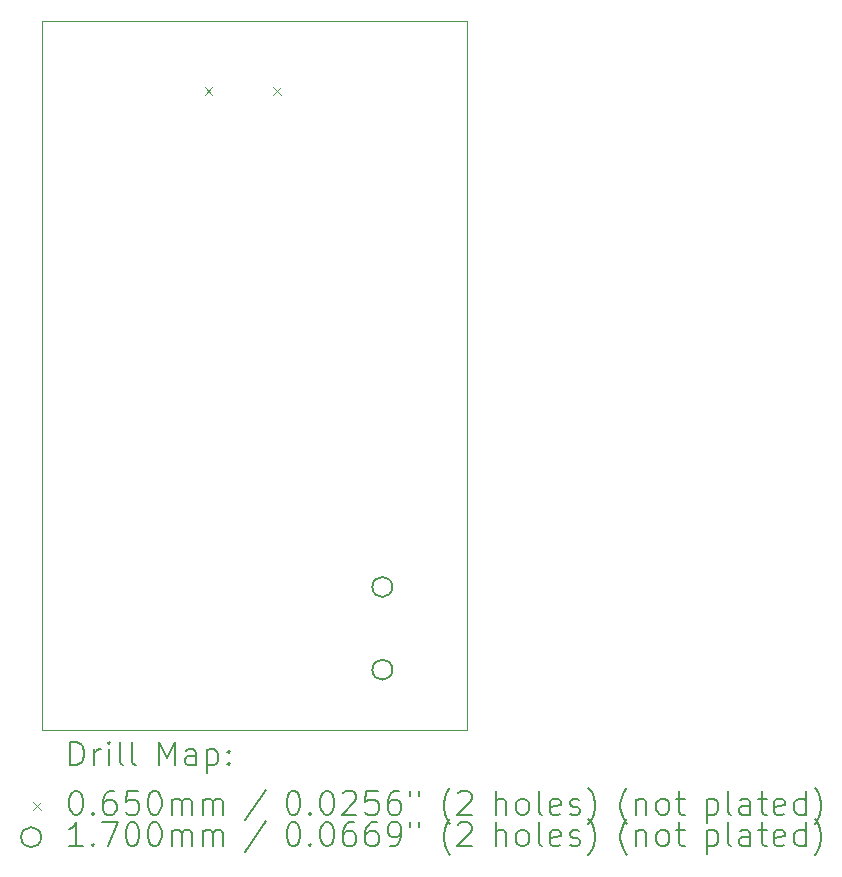
<source format=gbr>
%TF.GenerationSoftware,KiCad,Pcbnew,7.0.0*%
%TF.CreationDate,2023-02-28T23:08:13+01:00*%
%TF.ProjectId,Signal Generator,5369676e-616c-4204-9765-6e657261746f,0*%
%TF.SameCoordinates,Original*%
%TF.FileFunction,Drillmap*%
%TF.FilePolarity,Positive*%
%FSLAX45Y45*%
G04 Gerber Fmt 4.5, Leading zero omitted, Abs format (unit mm)*
G04 Created by KiCad (PCBNEW 7.0.0) date 2023-02-28 23:08:13*
%MOMM*%
%LPD*%
G01*
G04 APERTURE LIST*
%ADD10C,0.100000*%
%ADD11C,0.200000*%
%ADD12C,0.065000*%
%ADD13C,0.170000*%
G04 APERTURE END LIST*
D10*
X9000000Y-9750000D02*
X12600000Y-9750000D01*
X12600000Y-9750000D02*
X12600000Y-15750000D01*
X12600000Y-15750000D02*
X9000000Y-15750000D01*
X9000000Y-15750000D02*
X9000000Y-9750000D01*
D11*
D12*
X10378500Y-10305500D02*
X10443500Y-10370500D01*
X10443500Y-10305500D02*
X10378500Y-10370500D01*
X10956500Y-10305500D02*
X11021500Y-10370500D01*
X11021500Y-10305500D02*
X10956500Y-10370500D01*
D13*
X11968750Y-14540000D02*
G75*
G03*
X11968750Y-14540000I-85000J0D01*
G01*
X11968750Y-15240000D02*
G75*
G03*
X11968750Y-15240000I-85000J0D01*
G01*
D11*
X9242619Y-16048476D02*
X9242619Y-15848476D01*
X9242619Y-15848476D02*
X9290238Y-15848476D01*
X9290238Y-15848476D02*
X9318810Y-15858000D01*
X9318810Y-15858000D02*
X9337857Y-15877048D01*
X9337857Y-15877048D02*
X9347381Y-15896095D01*
X9347381Y-15896095D02*
X9356905Y-15934190D01*
X9356905Y-15934190D02*
X9356905Y-15962762D01*
X9356905Y-15962762D02*
X9347381Y-16000857D01*
X9347381Y-16000857D02*
X9337857Y-16019905D01*
X9337857Y-16019905D02*
X9318810Y-16038952D01*
X9318810Y-16038952D02*
X9290238Y-16048476D01*
X9290238Y-16048476D02*
X9242619Y-16048476D01*
X9442619Y-16048476D02*
X9442619Y-15915143D01*
X9442619Y-15953238D02*
X9452143Y-15934190D01*
X9452143Y-15934190D02*
X9461667Y-15924667D01*
X9461667Y-15924667D02*
X9480714Y-15915143D01*
X9480714Y-15915143D02*
X9499762Y-15915143D01*
X9566429Y-16048476D02*
X9566429Y-15915143D01*
X9566429Y-15848476D02*
X9556905Y-15858000D01*
X9556905Y-15858000D02*
X9566429Y-15867524D01*
X9566429Y-15867524D02*
X9575952Y-15858000D01*
X9575952Y-15858000D02*
X9566429Y-15848476D01*
X9566429Y-15848476D02*
X9566429Y-15867524D01*
X9690238Y-16048476D02*
X9671190Y-16038952D01*
X9671190Y-16038952D02*
X9661667Y-16019905D01*
X9661667Y-16019905D02*
X9661667Y-15848476D01*
X9795000Y-16048476D02*
X9775952Y-16038952D01*
X9775952Y-16038952D02*
X9766429Y-16019905D01*
X9766429Y-16019905D02*
X9766429Y-15848476D01*
X9991190Y-16048476D02*
X9991190Y-15848476D01*
X9991190Y-15848476D02*
X10057857Y-15991333D01*
X10057857Y-15991333D02*
X10124524Y-15848476D01*
X10124524Y-15848476D02*
X10124524Y-16048476D01*
X10305476Y-16048476D02*
X10305476Y-15943714D01*
X10305476Y-15943714D02*
X10295952Y-15924667D01*
X10295952Y-15924667D02*
X10276905Y-15915143D01*
X10276905Y-15915143D02*
X10238809Y-15915143D01*
X10238809Y-15915143D02*
X10219762Y-15924667D01*
X10305476Y-16038952D02*
X10286429Y-16048476D01*
X10286429Y-16048476D02*
X10238809Y-16048476D01*
X10238809Y-16048476D02*
X10219762Y-16038952D01*
X10219762Y-16038952D02*
X10210238Y-16019905D01*
X10210238Y-16019905D02*
X10210238Y-16000857D01*
X10210238Y-16000857D02*
X10219762Y-15981809D01*
X10219762Y-15981809D02*
X10238809Y-15972286D01*
X10238809Y-15972286D02*
X10286429Y-15972286D01*
X10286429Y-15972286D02*
X10305476Y-15962762D01*
X10400714Y-15915143D02*
X10400714Y-16115143D01*
X10400714Y-15924667D02*
X10419762Y-15915143D01*
X10419762Y-15915143D02*
X10457857Y-15915143D01*
X10457857Y-15915143D02*
X10476905Y-15924667D01*
X10476905Y-15924667D02*
X10486429Y-15934190D01*
X10486429Y-15934190D02*
X10495952Y-15953238D01*
X10495952Y-15953238D02*
X10495952Y-16010381D01*
X10495952Y-16010381D02*
X10486429Y-16029428D01*
X10486429Y-16029428D02*
X10476905Y-16038952D01*
X10476905Y-16038952D02*
X10457857Y-16048476D01*
X10457857Y-16048476D02*
X10419762Y-16048476D01*
X10419762Y-16048476D02*
X10400714Y-16038952D01*
X10581667Y-16029428D02*
X10591190Y-16038952D01*
X10591190Y-16038952D02*
X10581667Y-16048476D01*
X10581667Y-16048476D02*
X10572143Y-16038952D01*
X10572143Y-16038952D02*
X10581667Y-16029428D01*
X10581667Y-16029428D02*
X10581667Y-16048476D01*
X10581667Y-15924667D02*
X10591190Y-15934190D01*
X10591190Y-15934190D02*
X10581667Y-15943714D01*
X10581667Y-15943714D02*
X10572143Y-15934190D01*
X10572143Y-15934190D02*
X10581667Y-15924667D01*
X10581667Y-15924667D02*
X10581667Y-15943714D01*
D12*
X8930000Y-16362500D02*
X8995000Y-16427500D01*
X8995000Y-16362500D02*
X8930000Y-16427500D01*
D11*
X9280714Y-16268476D02*
X9299762Y-16268476D01*
X9299762Y-16268476D02*
X9318810Y-16278000D01*
X9318810Y-16278000D02*
X9328333Y-16287524D01*
X9328333Y-16287524D02*
X9337857Y-16306571D01*
X9337857Y-16306571D02*
X9347381Y-16344667D01*
X9347381Y-16344667D02*
X9347381Y-16392286D01*
X9347381Y-16392286D02*
X9337857Y-16430381D01*
X9337857Y-16430381D02*
X9328333Y-16449428D01*
X9328333Y-16449428D02*
X9318810Y-16458952D01*
X9318810Y-16458952D02*
X9299762Y-16468476D01*
X9299762Y-16468476D02*
X9280714Y-16468476D01*
X9280714Y-16468476D02*
X9261667Y-16458952D01*
X9261667Y-16458952D02*
X9252143Y-16449428D01*
X9252143Y-16449428D02*
X9242619Y-16430381D01*
X9242619Y-16430381D02*
X9233095Y-16392286D01*
X9233095Y-16392286D02*
X9233095Y-16344667D01*
X9233095Y-16344667D02*
X9242619Y-16306571D01*
X9242619Y-16306571D02*
X9252143Y-16287524D01*
X9252143Y-16287524D02*
X9261667Y-16278000D01*
X9261667Y-16278000D02*
X9280714Y-16268476D01*
X9433095Y-16449428D02*
X9442619Y-16458952D01*
X9442619Y-16458952D02*
X9433095Y-16468476D01*
X9433095Y-16468476D02*
X9423571Y-16458952D01*
X9423571Y-16458952D02*
X9433095Y-16449428D01*
X9433095Y-16449428D02*
X9433095Y-16468476D01*
X9614048Y-16268476D02*
X9575952Y-16268476D01*
X9575952Y-16268476D02*
X9556905Y-16278000D01*
X9556905Y-16278000D02*
X9547381Y-16287524D01*
X9547381Y-16287524D02*
X9528333Y-16316095D01*
X9528333Y-16316095D02*
X9518810Y-16354190D01*
X9518810Y-16354190D02*
X9518810Y-16430381D01*
X9518810Y-16430381D02*
X9528333Y-16449428D01*
X9528333Y-16449428D02*
X9537857Y-16458952D01*
X9537857Y-16458952D02*
X9556905Y-16468476D01*
X9556905Y-16468476D02*
X9595000Y-16468476D01*
X9595000Y-16468476D02*
X9614048Y-16458952D01*
X9614048Y-16458952D02*
X9623571Y-16449428D01*
X9623571Y-16449428D02*
X9633095Y-16430381D01*
X9633095Y-16430381D02*
X9633095Y-16382762D01*
X9633095Y-16382762D02*
X9623571Y-16363714D01*
X9623571Y-16363714D02*
X9614048Y-16354190D01*
X9614048Y-16354190D02*
X9595000Y-16344667D01*
X9595000Y-16344667D02*
X9556905Y-16344667D01*
X9556905Y-16344667D02*
X9537857Y-16354190D01*
X9537857Y-16354190D02*
X9528333Y-16363714D01*
X9528333Y-16363714D02*
X9518810Y-16382762D01*
X9814048Y-16268476D02*
X9718810Y-16268476D01*
X9718810Y-16268476D02*
X9709286Y-16363714D01*
X9709286Y-16363714D02*
X9718810Y-16354190D01*
X9718810Y-16354190D02*
X9737857Y-16344667D01*
X9737857Y-16344667D02*
X9785476Y-16344667D01*
X9785476Y-16344667D02*
X9804524Y-16354190D01*
X9804524Y-16354190D02*
X9814048Y-16363714D01*
X9814048Y-16363714D02*
X9823571Y-16382762D01*
X9823571Y-16382762D02*
X9823571Y-16430381D01*
X9823571Y-16430381D02*
X9814048Y-16449428D01*
X9814048Y-16449428D02*
X9804524Y-16458952D01*
X9804524Y-16458952D02*
X9785476Y-16468476D01*
X9785476Y-16468476D02*
X9737857Y-16468476D01*
X9737857Y-16468476D02*
X9718810Y-16458952D01*
X9718810Y-16458952D02*
X9709286Y-16449428D01*
X9947381Y-16268476D02*
X9966429Y-16268476D01*
X9966429Y-16268476D02*
X9985476Y-16278000D01*
X9985476Y-16278000D02*
X9995000Y-16287524D01*
X9995000Y-16287524D02*
X10004524Y-16306571D01*
X10004524Y-16306571D02*
X10014048Y-16344667D01*
X10014048Y-16344667D02*
X10014048Y-16392286D01*
X10014048Y-16392286D02*
X10004524Y-16430381D01*
X10004524Y-16430381D02*
X9995000Y-16449428D01*
X9995000Y-16449428D02*
X9985476Y-16458952D01*
X9985476Y-16458952D02*
X9966429Y-16468476D01*
X9966429Y-16468476D02*
X9947381Y-16468476D01*
X9947381Y-16468476D02*
X9928333Y-16458952D01*
X9928333Y-16458952D02*
X9918810Y-16449428D01*
X9918810Y-16449428D02*
X9909286Y-16430381D01*
X9909286Y-16430381D02*
X9899762Y-16392286D01*
X9899762Y-16392286D02*
X9899762Y-16344667D01*
X9899762Y-16344667D02*
X9909286Y-16306571D01*
X9909286Y-16306571D02*
X9918810Y-16287524D01*
X9918810Y-16287524D02*
X9928333Y-16278000D01*
X9928333Y-16278000D02*
X9947381Y-16268476D01*
X10099762Y-16468476D02*
X10099762Y-16335143D01*
X10099762Y-16354190D02*
X10109286Y-16344667D01*
X10109286Y-16344667D02*
X10128333Y-16335143D01*
X10128333Y-16335143D02*
X10156905Y-16335143D01*
X10156905Y-16335143D02*
X10175952Y-16344667D01*
X10175952Y-16344667D02*
X10185476Y-16363714D01*
X10185476Y-16363714D02*
X10185476Y-16468476D01*
X10185476Y-16363714D02*
X10195000Y-16344667D01*
X10195000Y-16344667D02*
X10214048Y-16335143D01*
X10214048Y-16335143D02*
X10242619Y-16335143D01*
X10242619Y-16335143D02*
X10261667Y-16344667D01*
X10261667Y-16344667D02*
X10271191Y-16363714D01*
X10271191Y-16363714D02*
X10271191Y-16468476D01*
X10366429Y-16468476D02*
X10366429Y-16335143D01*
X10366429Y-16354190D02*
X10375952Y-16344667D01*
X10375952Y-16344667D02*
X10395000Y-16335143D01*
X10395000Y-16335143D02*
X10423572Y-16335143D01*
X10423572Y-16335143D02*
X10442619Y-16344667D01*
X10442619Y-16344667D02*
X10452143Y-16363714D01*
X10452143Y-16363714D02*
X10452143Y-16468476D01*
X10452143Y-16363714D02*
X10461667Y-16344667D01*
X10461667Y-16344667D02*
X10480714Y-16335143D01*
X10480714Y-16335143D02*
X10509286Y-16335143D01*
X10509286Y-16335143D02*
X10528333Y-16344667D01*
X10528333Y-16344667D02*
X10537857Y-16363714D01*
X10537857Y-16363714D02*
X10537857Y-16468476D01*
X10895952Y-16258952D02*
X10724524Y-16516095D01*
X11120714Y-16268476D02*
X11139762Y-16268476D01*
X11139762Y-16268476D02*
X11158810Y-16278000D01*
X11158810Y-16278000D02*
X11168333Y-16287524D01*
X11168333Y-16287524D02*
X11177857Y-16306571D01*
X11177857Y-16306571D02*
X11187381Y-16344667D01*
X11187381Y-16344667D02*
X11187381Y-16392286D01*
X11187381Y-16392286D02*
X11177857Y-16430381D01*
X11177857Y-16430381D02*
X11168333Y-16449428D01*
X11168333Y-16449428D02*
X11158810Y-16458952D01*
X11158810Y-16458952D02*
X11139762Y-16468476D01*
X11139762Y-16468476D02*
X11120714Y-16468476D01*
X11120714Y-16468476D02*
X11101667Y-16458952D01*
X11101667Y-16458952D02*
X11092143Y-16449428D01*
X11092143Y-16449428D02*
X11082619Y-16430381D01*
X11082619Y-16430381D02*
X11073095Y-16392286D01*
X11073095Y-16392286D02*
X11073095Y-16344667D01*
X11073095Y-16344667D02*
X11082619Y-16306571D01*
X11082619Y-16306571D02*
X11092143Y-16287524D01*
X11092143Y-16287524D02*
X11101667Y-16278000D01*
X11101667Y-16278000D02*
X11120714Y-16268476D01*
X11273095Y-16449428D02*
X11282619Y-16458952D01*
X11282619Y-16458952D02*
X11273095Y-16468476D01*
X11273095Y-16468476D02*
X11263571Y-16458952D01*
X11263571Y-16458952D02*
X11273095Y-16449428D01*
X11273095Y-16449428D02*
X11273095Y-16468476D01*
X11406429Y-16268476D02*
X11425476Y-16268476D01*
X11425476Y-16268476D02*
X11444524Y-16278000D01*
X11444524Y-16278000D02*
X11454048Y-16287524D01*
X11454048Y-16287524D02*
X11463571Y-16306571D01*
X11463571Y-16306571D02*
X11473095Y-16344667D01*
X11473095Y-16344667D02*
X11473095Y-16392286D01*
X11473095Y-16392286D02*
X11463571Y-16430381D01*
X11463571Y-16430381D02*
X11454048Y-16449428D01*
X11454048Y-16449428D02*
X11444524Y-16458952D01*
X11444524Y-16458952D02*
X11425476Y-16468476D01*
X11425476Y-16468476D02*
X11406429Y-16468476D01*
X11406429Y-16468476D02*
X11387381Y-16458952D01*
X11387381Y-16458952D02*
X11377857Y-16449428D01*
X11377857Y-16449428D02*
X11368333Y-16430381D01*
X11368333Y-16430381D02*
X11358810Y-16392286D01*
X11358810Y-16392286D02*
X11358810Y-16344667D01*
X11358810Y-16344667D02*
X11368333Y-16306571D01*
X11368333Y-16306571D02*
X11377857Y-16287524D01*
X11377857Y-16287524D02*
X11387381Y-16278000D01*
X11387381Y-16278000D02*
X11406429Y-16268476D01*
X11549286Y-16287524D02*
X11558810Y-16278000D01*
X11558810Y-16278000D02*
X11577857Y-16268476D01*
X11577857Y-16268476D02*
X11625476Y-16268476D01*
X11625476Y-16268476D02*
X11644524Y-16278000D01*
X11644524Y-16278000D02*
X11654048Y-16287524D01*
X11654048Y-16287524D02*
X11663571Y-16306571D01*
X11663571Y-16306571D02*
X11663571Y-16325619D01*
X11663571Y-16325619D02*
X11654048Y-16354190D01*
X11654048Y-16354190D02*
X11539762Y-16468476D01*
X11539762Y-16468476D02*
X11663571Y-16468476D01*
X11844524Y-16268476D02*
X11749286Y-16268476D01*
X11749286Y-16268476D02*
X11739762Y-16363714D01*
X11739762Y-16363714D02*
X11749286Y-16354190D01*
X11749286Y-16354190D02*
X11768333Y-16344667D01*
X11768333Y-16344667D02*
X11815952Y-16344667D01*
X11815952Y-16344667D02*
X11835000Y-16354190D01*
X11835000Y-16354190D02*
X11844524Y-16363714D01*
X11844524Y-16363714D02*
X11854048Y-16382762D01*
X11854048Y-16382762D02*
X11854048Y-16430381D01*
X11854048Y-16430381D02*
X11844524Y-16449428D01*
X11844524Y-16449428D02*
X11835000Y-16458952D01*
X11835000Y-16458952D02*
X11815952Y-16468476D01*
X11815952Y-16468476D02*
X11768333Y-16468476D01*
X11768333Y-16468476D02*
X11749286Y-16458952D01*
X11749286Y-16458952D02*
X11739762Y-16449428D01*
X12025476Y-16268476D02*
X11987381Y-16268476D01*
X11987381Y-16268476D02*
X11968333Y-16278000D01*
X11968333Y-16278000D02*
X11958810Y-16287524D01*
X11958810Y-16287524D02*
X11939762Y-16316095D01*
X11939762Y-16316095D02*
X11930238Y-16354190D01*
X11930238Y-16354190D02*
X11930238Y-16430381D01*
X11930238Y-16430381D02*
X11939762Y-16449428D01*
X11939762Y-16449428D02*
X11949286Y-16458952D01*
X11949286Y-16458952D02*
X11968333Y-16468476D01*
X11968333Y-16468476D02*
X12006429Y-16468476D01*
X12006429Y-16468476D02*
X12025476Y-16458952D01*
X12025476Y-16458952D02*
X12035000Y-16449428D01*
X12035000Y-16449428D02*
X12044524Y-16430381D01*
X12044524Y-16430381D02*
X12044524Y-16382762D01*
X12044524Y-16382762D02*
X12035000Y-16363714D01*
X12035000Y-16363714D02*
X12025476Y-16354190D01*
X12025476Y-16354190D02*
X12006429Y-16344667D01*
X12006429Y-16344667D02*
X11968333Y-16344667D01*
X11968333Y-16344667D02*
X11949286Y-16354190D01*
X11949286Y-16354190D02*
X11939762Y-16363714D01*
X11939762Y-16363714D02*
X11930238Y-16382762D01*
X12120714Y-16268476D02*
X12120714Y-16306571D01*
X12196905Y-16268476D02*
X12196905Y-16306571D01*
X12459762Y-16544667D02*
X12450238Y-16535143D01*
X12450238Y-16535143D02*
X12431191Y-16506571D01*
X12431191Y-16506571D02*
X12421667Y-16487524D01*
X12421667Y-16487524D02*
X12412143Y-16458952D01*
X12412143Y-16458952D02*
X12402619Y-16411333D01*
X12402619Y-16411333D02*
X12402619Y-16373238D01*
X12402619Y-16373238D02*
X12412143Y-16325619D01*
X12412143Y-16325619D02*
X12421667Y-16297048D01*
X12421667Y-16297048D02*
X12431191Y-16278000D01*
X12431191Y-16278000D02*
X12450238Y-16249428D01*
X12450238Y-16249428D02*
X12459762Y-16239905D01*
X12526429Y-16287524D02*
X12535952Y-16278000D01*
X12535952Y-16278000D02*
X12555000Y-16268476D01*
X12555000Y-16268476D02*
X12602619Y-16268476D01*
X12602619Y-16268476D02*
X12621667Y-16278000D01*
X12621667Y-16278000D02*
X12631191Y-16287524D01*
X12631191Y-16287524D02*
X12640714Y-16306571D01*
X12640714Y-16306571D02*
X12640714Y-16325619D01*
X12640714Y-16325619D02*
X12631191Y-16354190D01*
X12631191Y-16354190D02*
X12516905Y-16468476D01*
X12516905Y-16468476D02*
X12640714Y-16468476D01*
X12846429Y-16468476D02*
X12846429Y-16268476D01*
X12932143Y-16468476D02*
X12932143Y-16363714D01*
X12932143Y-16363714D02*
X12922619Y-16344667D01*
X12922619Y-16344667D02*
X12903572Y-16335143D01*
X12903572Y-16335143D02*
X12875000Y-16335143D01*
X12875000Y-16335143D02*
X12855952Y-16344667D01*
X12855952Y-16344667D02*
X12846429Y-16354190D01*
X13055952Y-16468476D02*
X13036905Y-16458952D01*
X13036905Y-16458952D02*
X13027381Y-16449428D01*
X13027381Y-16449428D02*
X13017857Y-16430381D01*
X13017857Y-16430381D02*
X13017857Y-16373238D01*
X13017857Y-16373238D02*
X13027381Y-16354190D01*
X13027381Y-16354190D02*
X13036905Y-16344667D01*
X13036905Y-16344667D02*
X13055952Y-16335143D01*
X13055952Y-16335143D02*
X13084524Y-16335143D01*
X13084524Y-16335143D02*
X13103572Y-16344667D01*
X13103572Y-16344667D02*
X13113095Y-16354190D01*
X13113095Y-16354190D02*
X13122619Y-16373238D01*
X13122619Y-16373238D02*
X13122619Y-16430381D01*
X13122619Y-16430381D02*
X13113095Y-16449428D01*
X13113095Y-16449428D02*
X13103572Y-16458952D01*
X13103572Y-16458952D02*
X13084524Y-16468476D01*
X13084524Y-16468476D02*
X13055952Y-16468476D01*
X13236905Y-16468476D02*
X13217857Y-16458952D01*
X13217857Y-16458952D02*
X13208333Y-16439905D01*
X13208333Y-16439905D02*
X13208333Y-16268476D01*
X13389286Y-16458952D02*
X13370238Y-16468476D01*
X13370238Y-16468476D02*
X13332143Y-16468476D01*
X13332143Y-16468476D02*
X13313095Y-16458952D01*
X13313095Y-16458952D02*
X13303572Y-16439905D01*
X13303572Y-16439905D02*
X13303572Y-16363714D01*
X13303572Y-16363714D02*
X13313095Y-16344667D01*
X13313095Y-16344667D02*
X13332143Y-16335143D01*
X13332143Y-16335143D02*
X13370238Y-16335143D01*
X13370238Y-16335143D02*
X13389286Y-16344667D01*
X13389286Y-16344667D02*
X13398810Y-16363714D01*
X13398810Y-16363714D02*
X13398810Y-16382762D01*
X13398810Y-16382762D02*
X13303572Y-16401809D01*
X13475000Y-16458952D02*
X13494048Y-16468476D01*
X13494048Y-16468476D02*
X13532143Y-16468476D01*
X13532143Y-16468476D02*
X13551191Y-16458952D01*
X13551191Y-16458952D02*
X13560714Y-16439905D01*
X13560714Y-16439905D02*
X13560714Y-16430381D01*
X13560714Y-16430381D02*
X13551191Y-16411333D01*
X13551191Y-16411333D02*
X13532143Y-16401809D01*
X13532143Y-16401809D02*
X13503572Y-16401809D01*
X13503572Y-16401809D02*
X13484524Y-16392286D01*
X13484524Y-16392286D02*
X13475000Y-16373238D01*
X13475000Y-16373238D02*
X13475000Y-16363714D01*
X13475000Y-16363714D02*
X13484524Y-16344667D01*
X13484524Y-16344667D02*
X13503572Y-16335143D01*
X13503572Y-16335143D02*
X13532143Y-16335143D01*
X13532143Y-16335143D02*
X13551191Y-16344667D01*
X13627381Y-16544667D02*
X13636905Y-16535143D01*
X13636905Y-16535143D02*
X13655953Y-16506571D01*
X13655953Y-16506571D02*
X13665476Y-16487524D01*
X13665476Y-16487524D02*
X13675000Y-16458952D01*
X13675000Y-16458952D02*
X13684524Y-16411333D01*
X13684524Y-16411333D02*
X13684524Y-16373238D01*
X13684524Y-16373238D02*
X13675000Y-16325619D01*
X13675000Y-16325619D02*
X13665476Y-16297048D01*
X13665476Y-16297048D02*
X13655953Y-16278000D01*
X13655953Y-16278000D02*
X13636905Y-16249428D01*
X13636905Y-16249428D02*
X13627381Y-16239905D01*
X13956905Y-16544667D02*
X13947381Y-16535143D01*
X13947381Y-16535143D02*
X13928333Y-16506571D01*
X13928333Y-16506571D02*
X13918810Y-16487524D01*
X13918810Y-16487524D02*
X13909286Y-16458952D01*
X13909286Y-16458952D02*
X13899762Y-16411333D01*
X13899762Y-16411333D02*
X13899762Y-16373238D01*
X13899762Y-16373238D02*
X13909286Y-16325619D01*
X13909286Y-16325619D02*
X13918810Y-16297048D01*
X13918810Y-16297048D02*
X13928333Y-16278000D01*
X13928333Y-16278000D02*
X13947381Y-16249428D01*
X13947381Y-16249428D02*
X13956905Y-16239905D01*
X14033095Y-16335143D02*
X14033095Y-16468476D01*
X14033095Y-16354190D02*
X14042619Y-16344667D01*
X14042619Y-16344667D02*
X14061667Y-16335143D01*
X14061667Y-16335143D02*
X14090238Y-16335143D01*
X14090238Y-16335143D02*
X14109286Y-16344667D01*
X14109286Y-16344667D02*
X14118810Y-16363714D01*
X14118810Y-16363714D02*
X14118810Y-16468476D01*
X14242619Y-16468476D02*
X14223572Y-16458952D01*
X14223572Y-16458952D02*
X14214048Y-16449428D01*
X14214048Y-16449428D02*
X14204524Y-16430381D01*
X14204524Y-16430381D02*
X14204524Y-16373238D01*
X14204524Y-16373238D02*
X14214048Y-16354190D01*
X14214048Y-16354190D02*
X14223572Y-16344667D01*
X14223572Y-16344667D02*
X14242619Y-16335143D01*
X14242619Y-16335143D02*
X14271191Y-16335143D01*
X14271191Y-16335143D02*
X14290238Y-16344667D01*
X14290238Y-16344667D02*
X14299762Y-16354190D01*
X14299762Y-16354190D02*
X14309286Y-16373238D01*
X14309286Y-16373238D02*
X14309286Y-16430381D01*
X14309286Y-16430381D02*
X14299762Y-16449428D01*
X14299762Y-16449428D02*
X14290238Y-16458952D01*
X14290238Y-16458952D02*
X14271191Y-16468476D01*
X14271191Y-16468476D02*
X14242619Y-16468476D01*
X14366429Y-16335143D02*
X14442619Y-16335143D01*
X14395000Y-16268476D02*
X14395000Y-16439905D01*
X14395000Y-16439905D02*
X14404524Y-16458952D01*
X14404524Y-16458952D02*
X14423572Y-16468476D01*
X14423572Y-16468476D02*
X14442619Y-16468476D01*
X14629286Y-16335143D02*
X14629286Y-16535143D01*
X14629286Y-16344667D02*
X14648333Y-16335143D01*
X14648333Y-16335143D02*
X14686429Y-16335143D01*
X14686429Y-16335143D02*
X14705476Y-16344667D01*
X14705476Y-16344667D02*
X14715000Y-16354190D01*
X14715000Y-16354190D02*
X14724524Y-16373238D01*
X14724524Y-16373238D02*
X14724524Y-16430381D01*
X14724524Y-16430381D02*
X14715000Y-16449428D01*
X14715000Y-16449428D02*
X14705476Y-16458952D01*
X14705476Y-16458952D02*
X14686429Y-16468476D01*
X14686429Y-16468476D02*
X14648333Y-16468476D01*
X14648333Y-16468476D02*
X14629286Y-16458952D01*
X14838810Y-16468476D02*
X14819762Y-16458952D01*
X14819762Y-16458952D02*
X14810238Y-16439905D01*
X14810238Y-16439905D02*
X14810238Y-16268476D01*
X15000714Y-16468476D02*
X15000714Y-16363714D01*
X15000714Y-16363714D02*
X14991191Y-16344667D01*
X14991191Y-16344667D02*
X14972143Y-16335143D01*
X14972143Y-16335143D02*
X14934048Y-16335143D01*
X14934048Y-16335143D02*
X14915000Y-16344667D01*
X15000714Y-16458952D02*
X14981667Y-16468476D01*
X14981667Y-16468476D02*
X14934048Y-16468476D01*
X14934048Y-16468476D02*
X14915000Y-16458952D01*
X14915000Y-16458952D02*
X14905476Y-16439905D01*
X14905476Y-16439905D02*
X14905476Y-16420857D01*
X14905476Y-16420857D02*
X14915000Y-16401809D01*
X14915000Y-16401809D02*
X14934048Y-16392286D01*
X14934048Y-16392286D02*
X14981667Y-16392286D01*
X14981667Y-16392286D02*
X15000714Y-16382762D01*
X15067381Y-16335143D02*
X15143572Y-16335143D01*
X15095953Y-16268476D02*
X15095953Y-16439905D01*
X15095953Y-16439905D02*
X15105476Y-16458952D01*
X15105476Y-16458952D02*
X15124524Y-16468476D01*
X15124524Y-16468476D02*
X15143572Y-16468476D01*
X15286429Y-16458952D02*
X15267381Y-16468476D01*
X15267381Y-16468476D02*
X15229286Y-16468476D01*
X15229286Y-16468476D02*
X15210238Y-16458952D01*
X15210238Y-16458952D02*
X15200714Y-16439905D01*
X15200714Y-16439905D02*
X15200714Y-16363714D01*
X15200714Y-16363714D02*
X15210238Y-16344667D01*
X15210238Y-16344667D02*
X15229286Y-16335143D01*
X15229286Y-16335143D02*
X15267381Y-16335143D01*
X15267381Y-16335143D02*
X15286429Y-16344667D01*
X15286429Y-16344667D02*
X15295953Y-16363714D01*
X15295953Y-16363714D02*
X15295953Y-16382762D01*
X15295953Y-16382762D02*
X15200714Y-16401809D01*
X15467381Y-16468476D02*
X15467381Y-16268476D01*
X15467381Y-16458952D02*
X15448334Y-16468476D01*
X15448334Y-16468476D02*
X15410238Y-16468476D01*
X15410238Y-16468476D02*
X15391191Y-16458952D01*
X15391191Y-16458952D02*
X15381667Y-16449428D01*
X15381667Y-16449428D02*
X15372143Y-16430381D01*
X15372143Y-16430381D02*
X15372143Y-16373238D01*
X15372143Y-16373238D02*
X15381667Y-16354190D01*
X15381667Y-16354190D02*
X15391191Y-16344667D01*
X15391191Y-16344667D02*
X15410238Y-16335143D01*
X15410238Y-16335143D02*
X15448334Y-16335143D01*
X15448334Y-16335143D02*
X15467381Y-16344667D01*
X15543572Y-16544667D02*
X15553095Y-16535143D01*
X15553095Y-16535143D02*
X15572143Y-16506571D01*
X15572143Y-16506571D02*
X15581667Y-16487524D01*
X15581667Y-16487524D02*
X15591191Y-16458952D01*
X15591191Y-16458952D02*
X15600714Y-16411333D01*
X15600714Y-16411333D02*
X15600714Y-16373238D01*
X15600714Y-16373238D02*
X15591191Y-16325619D01*
X15591191Y-16325619D02*
X15581667Y-16297048D01*
X15581667Y-16297048D02*
X15572143Y-16278000D01*
X15572143Y-16278000D02*
X15553095Y-16249428D01*
X15553095Y-16249428D02*
X15543572Y-16239905D01*
D13*
X8995000Y-16659000D02*
G75*
G03*
X8995000Y-16659000I-85000J0D01*
G01*
D11*
X9347381Y-16732476D02*
X9233095Y-16732476D01*
X9290238Y-16732476D02*
X9290238Y-16532476D01*
X9290238Y-16532476D02*
X9271190Y-16561048D01*
X9271190Y-16561048D02*
X9252143Y-16580095D01*
X9252143Y-16580095D02*
X9233095Y-16589619D01*
X9433095Y-16713428D02*
X9442619Y-16722952D01*
X9442619Y-16722952D02*
X9433095Y-16732476D01*
X9433095Y-16732476D02*
X9423571Y-16722952D01*
X9423571Y-16722952D02*
X9433095Y-16713428D01*
X9433095Y-16713428D02*
X9433095Y-16732476D01*
X9509286Y-16532476D02*
X9642619Y-16532476D01*
X9642619Y-16532476D02*
X9556905Y-16732476D01*
X9756905Y-16532476D02*
X9775952Y-16532476D01*
X9775952Y-16532476D02*
X9795000Y-16542000D01*
X9795000Y-16542000D02*
X9804524Y-16551524D01*
X9804524Y-16551524D02*
X9814048Y-16570571D01*
X9814048Y-16570571D02*
X9823571Y-16608667D01*
X9823571Y-16608667D02*
X9823571Y-16656286D01*
X9823571Y-16656286D02*
X9814048Y-16694381D01*
X9814048Y-16694381D02*
X9804524Y-16713428D01*
X9804524Y-16713428D02*
X9795000Y-16722952D01*
X9795000Y-16722952D02*
X9775952Y-16732476D01*
X9775952Y-16732476D02*
X9756905Y-16732476D01*
X9756905Y-16732476D02*
X9737857Y-16722952D01*
X9737857Y-16722952D02*
X9728333Y-16713428D01*
X9728333Y-16713428D02*
X9718810Y-16694381D01*
X9718810Y-16694381D02*
X9709286Y-16656286D01*
X9709286Y-16656286D02*
X9709286Y-16608667D01*
X9709286Y-16608667D02*
X9718810Y-16570571D01*
X9718810Y-16570571D02*
X9728333Y-16551524D01*
X9728333Y-16551524D02*
X9737857Y-16542000D01*
X9737857Y-16542000D02*
X9756905Y-16532476D01*
X9947381Y-16532476D02*
X9966429Y-16532476D01*
X9966429Y-16532476D02*
X9985476Y-16542000D01*
X9985476Y-16542000D02*
X9995000Y-16551524D01*
X9995000Y-16551524D02*
X10004524Y-16570571D01*
X10004524Y-16570571D02*
X10014048Y-16608667D01*
X10014048Y-16608667D02*
X10014048Y-16656286D01*
X10014048Y-16656286D02*
X10004524Y-16694381D01*
X10004524Y-16694381D02*
X9995000Y-16713428D01*
X9995000Y-16713428D02*
X9985476Y-16722952D01*
X9985476Y-16722952D02*
X9966429Y-16732476D01*
X9966429Y-16732476D02*
X9947381Y-16732476D01*
X9947381Y-16732476D02*
X9928333Y-16722952D01*
X9928333Y-16722952D02*
X9918810Y-16713428D01*
X9918810Y-16713428D02*
X9909286Y-16694381D01*
X9909286Y-16694381D02*
X9899762Y-16656286D01*
X9899762Y-16656286D02*
X9899762Y-16608667D01*
X9899762Y-16608667D02*
X9909286Y-16570571D01*
X9909286Y-16570571D02*
X9918810Y-16551524D01*
X9918810Y-16551524D02*
X9928333Y-16542000D01*
X9928333Y-16542000D02*
X9947381Y-16532476D01*
X10099762Y-16732476D02*
X10099762Y-16599143D01*
X10099762Y-16618190D02*
X10109286Y-16608667D01*
X10109286Y-16608667D02*
X10128333Y-16599143D01*
X10128333Y-16599143D02*
X10156905Y-16599143D01*
X10156905Y-16599143D02*
X10175952Y-16608667D01*
X10175952Y-16608667D02*
X10185476Y-16627714D01*
X10185476Y-16627714D02*
X10185476Y-16732476D01*
X10185476Y-16627714D02*
X10195000Y-16608667D01*
X10195000Y-16608667D02*
X10214048Y-16599143D01*
X10214048Y-16599143D02*
X10242619Y-16599143D01*
X10242619Y-16599143D02*
X10261667Y-16608667D01*
X10261667Y-16608667D02*
X10271191Y-16627714D01*
X10271191Y-16627714D02*
X10271191Y-16732476D01*
X10366429Y-16732476D02*
X10366429Y-16599143D01*
X10366429Y-16618190D02*
X10375952Y-16608667D01*
X10375952Y-16608667D02*
X10395000Y-16599143D01*
X10395000Y-16599143D02*
X10423572Y-16599143D01*
X10423572Y-16599143D02*
X10442619Y-16608667D01*
X10442619Y-16608667D02*
X10452143Y-16627714D01*
X10452143Y-16627714D02*
X10452143Y-16732476D01*
X10452143Y-16627714D02*
X10461667Y-16608667D01*
X10461667Y-16608667D02*
X10480714Y-16599143D01*
X10480714Y-16599143D02*
X10509286Y-16599143D01*
X10509286Y-16599143D02*
X10528333Y-16608667D01*
X10528333Y-16608667D02*
X10537857Y-16627714D01*
X10537857Y-16627714D02*
X10537857Y-16732476D01*
X10895952Y-16522952D02*
X10724524Y-16780095D01*
X11120714Y-16532476D02*
X11139762Y-16532476D01*
X11139762Y-16532476D02*
X11158810Y-16542000D01*
X11158810Y-16542000D02*
X11168333Y-16551524D01*
X11168333Y-16551524D02*
X11177857Y-16570571D01*
X11177857Y-16570571D02*
X11187381Y-16608667D01*
X11187381Y-16608667D02*
X11187381Y-16656286D01*
X11187381Y-16656286D02*
X11177857Y-16694381D01*
X11177857Y-16694381D02*
X11168333Y-16713428D01*
X11168333Y-16713428D02*
X11158810Y-16722952D01*
X11158810Y-16722952D02*
X11139762Y-16732476D01*
X11139762Y-16732476D02*
X11120714Y-16732476D01*
X11120714Y-16732476D02*
X11101667Y-16722952D01*
X11101667Y-16722952D02*
X11092143Y-16713428D01*
X11092143Y-16713428D02*
X11082619Y-16694381D01*
X11082619Y-16694381D02*
X11073095Y-16656286D01*
X11073095Y-16656286D02*
X11073095Y-16608667D01*
X11073095Y-16608667D02*
X11082619Y-16570571D01*
X11082619Y-16570571D02*
X11092143Y-16551524D01*
X11092143Y-16551524D02*
X11101667Y-16542000D01*
X11101667Y-16542000D02*
X11120714Y-16532476D01*
X11273095Y-16713428D02*
X11282619Y-16722952D01*
X11282619Y-16722952D02*
X11273095Y-16732476D01*
X11273095Y-16732476D02*
X11263571Y-16722952D01*
X11263571Y-16722952D02*
X11273095Y-16713428D01*
X11273095Y-16713428D02*
X11273095Y-16732476D01*
X11406429Y-16532476D02*
X11425476Y-16532476D01*
X11425476Y-16532476D02*
X11444524Y-16542000D01*
X11444524Y-16542000D02*
X11454048Y-16551524D01*
X11454048Y-16551524D02*
X11463571Y-16570571D01*
X11463571Y-16570571D02*
X11473095Y-16608667D01*
X11473095Y-16608667D02*
X11473095Y-16656286D01*
X11473095Y-16656286D02*
X11463571Y-16694381D01*
X11463571Y-16694381D02*
X11454048Y-16713428D01*
X11454048Y-16713428D02*
X11444524Y-16722952D01*
X11444524Y-16722952D02*
X11425476Y-16732476D01*
X11425476Y-16732476D02*
X11406429Y-16732476D01*
X11406429Y-16732476D02*
X11387381Y-16722952D01*
X11387381Y-16722952D02*
X11377857Y-16713428D01*
X11377857Y-16713428D02*
X11368333Y-16694381D01*
X11368333Y-16694381D02*
X11358810Y-16656286D01*
X11358810Y-16656286D02*
X11358810Y-16608667D01*
X11358810Y-16608667D02*
X11368333Y-16570571D01*
X11368333Y-16570571D02*
X11377857Y-16551524D01*
X11377857Y-16551524D02*
X11387381Y-16542000D01*
X11387381Y-16542000D02*
X11406429Y-16532476D01*
X11644524Y-16532476D02*
X11606429Y-16532476D01*
X11606429Y-16532476D02*
X11587381Y-16542000D01*
X11587381Y-16542000D02*
X11577857Y-16551524D01*
X11577857Y-16551524D02*
X11558810Y-16580095D01*
X11558810Y-16580095D02*
X11549286Y-16618190D01*
X11549286Y-16618190D02*
X11549286Y-16694381D01*
X11549286Y-16694381D02*
X11558810Y-16713428D01*
X11558810Y-16713428D02*
X11568333Y-16722952D01*
X11568333Y-16722952D02*
X11587381Y-16732476D01*
X11587381Y-16732476D02*
X11625476Y-16732476D01*
X11625476Y-16732476D02*
X11644524Y-16722952D01*
X11644524Y-16722952D02*
X11654048Y-16713428D01*
X11654048Y-16713428D02*
X11663571Y-16694381D01*
X11663571Y-16694381D02*
X11663571Y-16646762D01*
X11663571Y-16646762D02*
X11654048Y-16627714D01*
X11654048Y-16627714D02*
X11644524Y-16618190D01*
X11644524Y-16618190D02*
X11625476Y-16608667D01*
X11625476Y-16608667D02*
X11587381Y-16608667D01*
X11587381Y-16608667D02*
X11568333Y-16618190D01*
X11568333Y-16618190D02*
X11558810Y-16627714D01*
X11558810Y-16627714D02*
X11549286Y-16646762D01*
X11835000Y-16532476D02*
X11796905Y-16532476D01*
X11796905Y-16532476D02*
X11777857Y-16542000D01*
X11777857Y-16542000D02*
X11768333Y-16551524D01*
X11768333Y-16551524D02*
X11749286Y-16580095D01*
X11749286Y-16580095D02*
X11739762Y-16618190D01*
X11739762Y-16618190D02*
X11739762Y-16694381D01*
X11739762Y-16694381D02*
X11749286Y-16713428D01*
X11749286Y-16713428D02*
X11758810Y-16722952D01*
X11758810Y-16722952D02*
X11777857Y-16732476D01*
X11777857Y-16732476D02*
X11815952Y-16732476D01*
X11815952Y-16732476D02*
X11835000Y-16722952D01*
X11835000Y-16722952D02*
X11844524Y-16713428D01*
X11844524Y-16713428D02*
X11854048Y-16694381D01*
X11854048Y-16694381D02*
X11854048Y-16646762D01*
X11854048Y-16646762D02*
X11844524Y-16627714D01*
X11844524Y-16627714D02*
X11835000Y-16618190D01*
X11835000Y-16618190D02*
X11815952Y-16608667D01*
X11815952Y-16608667D02*
X11777857Y-16608667D01*
X11777857Y-16608667D02*
X11758810Y-16618190D01*
X11758810Y-16618190D02*
X11749286Y-16627714D01*
X11749286Y-16627714D02*
X11739762Y-16646762D01*
X11949286Y-16732476D02*
X11987381Y-16732476D01*
X11987381Y-16732476D02*
X12006429Y-16722952D01*
X12006429Y-16722952D02*
X12015952Y-16713428D01*
X12015952Y-16713428D02*
X12035000Y-16684857D01*
X12035000Y-16684857D02*
X12044524Y-16646762D01*
X12044524Y-16646762D02*
X12044524Y-16570571D01*
X12044524Y-16570571D02*
X12035000Y-16551524D01*
X12035000Y-16551524D02*
X12025476Y-16542000D01*
X12025476Y-16542000D02*
X12006429Y-16532476D01*
X12006429Y-16532476D02*
X11968333Y-16532476D01*
X11968333Y-16532476D02*
X11949286Y-16542000D01*
X11949286Y-16542000D02*
X11939762Y-16551524D01*
X11939762Y-16551524D02*
X11930238Y-16570571D01*
X11930238Y-16570571D02*
X11930238Y-16618190D01*
X11930238Y-16618190D02*
X11939762Y-16637238D01*
X11939762Y-16637238D02*
X11949286Y-16646762D01*
X11949286Y-16646762D02*
X11968333Y-16656286D01*
X11968333Y-16656286D02*
X12006429Y-16656286D01*
X12006429Y-16656286D02*
X12025476Y-16646762D01*
X12025476Y-16646762D02*
X12035000Y-16637238D01*
X12035000Y-16637238D02*
X12044524Y-16618190D01*
X12120714Y-16532476D02*
X12120714Y-16570571D01*
X12196905Y-16532476D02*
X12196905Y-16570571D01*
X12459762Y-16808667D02*
X12450238Y-16799143D01*
X12450238Y-16799143D02*
X12431191Y-16770571D01*
X12431191Y-16770571D02*
X12421667Y-16751524D01*
X12421667Y-16751524D02*
X12412143Y-16722952D01*
X12412143Y-16722952D02*
X12402619Y-16675333D01*
X12402619Y-16675333D02*
X12402619Y-16637238D01*
X12402619Y-16637238D02*
X12412143Y-16589619D01*
X12412143Y-16589619D02*
X12421667Y-16561048D01*
X12421667Y-16561048D02*
X12431191Y-16542000D01*
X12431191Y-16542000D02*
X12450238Y-16513428D01*
X12450238Y-16513428D02*
X12459762Y-16503905D01*
X12526429Y-16551524D02*
X12535952Y-16542000D01*
X12535952Y-16542000D02*
X12555000Y-16532476D01*
X12555000Y-16532476D02*
X12602619Y-16532476D01*
X12602619Y-16532476D02*
X12621667Y-16542000D01*
X12621667Y-16542000D02*
X12631191Y-16551524D01*
X12631191Y-16551524D02*
X12640714Y-16570571D01*
X12640714Y-16570571D02*
X12640714Y-16589619D01*
X12640714Y-16589619D02*
X12631191Y-16618190D01*
X12631191Y-16618190D02*
X12516905Y-16732476D01*
X12516905Y-16732476D02*
X12640714Y-16732476D01*
X12846429Y-16732476D02*
X12846429Y-16532476D01*
X12932143Y-16732476D02*
X12932143Y-16627714D01*
X12932143Y-16627714D02*
X12922619Y-16608667D01*
X12922619Y-16608667D02*
X12903572Y-16599143D01*
X12903572Y-16599143D02*
X12875000Y-16599143D01*
X12875000Y-16599143D02*
X12855952Y-16608667D01*
X12855952Y-16608667D02*
X12846429Y-16618190D01*
X13055952Y-16732476D02*
X13036905Y-16722952D01*
X13036905Y-16722952D02*
X13027381Y-16713428D01*
X13027381Y-16713428D02*
X13017857Y-16694381D01*
X13017857Y-16694381D02*
X13017857Y-16637238D01*
X13017857Y-16637238D02*
X13027381Y-16618190D01*
X13027381Y-16618190D02*
X13036905Y-16608667D01*
X13036905Y-16608667D02*
X13055952Y-16599143D01*
X13055952Y-16599143D02*
X13084524Y-16599143D01*
X13084524Y-16599143D02*
X13103572Y-16608667D01*
X13103572Y-16608667D02*
X13113095Y-16618190D01*
X13113095Y-16618190D02*
X13122619Y-16637238D01*
X13122619Y-16637238D02*
X13122619Y-16694381D01*
X13122619Y-16694381D02*
X13113095Y-16713428D01*
X13113095Y-16713428D02*
X13103572Y-16722952D01*
X13103572Y-16722952D02*
X13084524Y-16732476D01*
X13084524Y-16732476D02*
X13055952Y-16732476D01*
X13236905Y-16732476D02*
X13217857Y-16722952D01*
X13217857Y-16722952D02*
X13208333Y-16703905D01*
X13208333Y-16703905D02*
X13208333Y-16532476D01*
X13389286Y-16722952D02*
X13370238Y-16732476D01*
X13370238Y-16732476D02*
X13332143Y-16732476D01*
X13332143Y-16732476D02*
X13313095Y-16722952D01*
X13313095Y-16722952D02*
X13303572Y-16703905D01*
X13303572Y-16703905D02*
X13303572Y-16627714D01*
X13303572Y-16627714D02*
X13313095Y-16608667D01*
X13313095Y-16608667D02*
X13332143Y-16599143D01*
X13332143Y-16599143D02*
X13370238Y-16599143D01*
X13370238Y-16599143D02*
X13389286Y-16608667D01*
X13389286Y-16608667D02*
X13398810Y-16627714D01*
X13398810Y-16627714D02*
X13398810Y-16646762D01*
X13398810Y-16646762D02*
X13303572Y-16665809D01*
X13475000Y-16722952D02*
X13494048Y-16732476D01*
X13494048Y-16732476D02*
X13532143Y-16732476D01*
X13532143Y-16732476D02*
X13551191Y-16722952D01*
X13551191Y-16722952D02*
X13560714Y-16703905D01*
X13560714Y-16703905D02*
X13560714Y-16694381D01*
X13560714Y-16694381D02*
X13551191Y-16675333D01*
X13551191Y-16675333D02*
X13532143Y-16665809D01*
X13532143Y-16665809D02*
X13503572Y-16665809D01*
X13503572Y-16665809D02*
X13484524Y-16656286D01*
X13484524Y-16656286D02*
X13475000Y-16637238D01*
X13475000Y-16637238D02*
X13475000Y-16627714D01*
X13475000Y-16627714D02*
X13484524Y-16608667D01*
X13484524Y-16608667D02*
X13503572Y-16599143D01*
X13503572Y-16599143D02*
X13532143Y-16599143D01*
X13532143Y-16599143D02*
X13551191Y-16608667D01*
X13627381Y-16808667D02*
X13636905Y-16799143D01*
X13636905Y-16799143D02*
X13655953Y-16770571D01*
X13655953Y-16770571D02*
X13665476Y-16751524D01*
X13665476Y-16751524D02*
X13675000Y-16722952D01*
X13675000Y-16722952D02*
X13684524Y-16675333D01*
X13684524Y-16675333D02*
X13684524Y-16637238D01*
X13684524Y-16637238D02*
X13675000Y-16589619D01*
X13675000Y-16589619D02*
X13665476Y-16561048D01*
X13665476Y-16561048D02*
X13655953Y-16542000D01*
X13655953Y-16542000D02*
X13636905Y-16513428D01*
X13636905Y-16513428D02*
X13627381Y-16503905D01*
X13956905Y-16808667D02*
X13947381Y-16799143D01*
X13947381Y-16799143D02*
X13928333Y-16770571D01*
X13928333Y-16770571D02*
X13918810Y-16751524D01*
X13918810Y-16751524D02*
X13909286Y-16722952D01*
X13909286Y-16722952D02*
X13899762Y-16675333D01*
X13899762Y-16675333D02*
X13899762Y-16637238D01*
X13899762Y-16637238D02*
X13909286Y-16589619D01*
X13909286Y-16589619D02*
X13918810Y-16561048D01*
X13918810Y-16561048D02*
X13928333Y-16542000D01*
X13928333Y-16542000D02*
X13947381Y-16513428D01*
X13947381Y-16513428D02*
X13956905Y-16503905D01*
X14033095Y-16599143D02*
X14033095Y-16732476D01*
X14033095Y-16618190D02*
X14042619Y-16608667D01*
X14042619Y-16608667D02*
X14061667Y-16599143D01*
X14061667Y-16599143D02*
X14090238Y-16599143D01*
X14090238Y-16599143D02*
X14109286Y-16608667D01*
X14109286Y-16608667D02*
X14118810Y-16627714D01*
X14118810Y-16627714D02*
X14118810Y-16732476D01*
X14242619Y-16732476D02*
X14223572Y-16722952D01*
X14223572Y-16722952D02*
X14214048Y-16713428D01*
X14214048Y-16713428D02*
X14204524Y-16694381D01*
X14204524Y-16694381D02*
X14204524Y-16637238D01*
X14204524Y-16637238D02*
X14214048Y-16618190D01*
X14214048Y-16618190D02*
X14223572Y-16608667D01*
X14223572Y-16608667D02*
X14242619Y-16599143D01*
X14242619Y-16599143D02*
X14271191Y-16599143D01*
X14271191Y-16599143D02*
X14290238Y-16608667D01*
X14290238Y-16608667D02*
X14299762Y-16618190D01*
X14299762Y-16618190D02*
X14309286Y-16637238D01*
X14309286Y-16637238D02*
X14309286Y-16694381D01*
X14309286Y-16694381D02*
X14299762Y-16713428D01*
X14299762Y-16713428D02*
X14290238Y-16722952D01*
X14290238Y-16722952D02*
X14271191Y-16732476D01*
X14271191Y-16732476D02*
X14242619Y-16732476D01*
X14366429Y-16599143D02*
X14442619Y-16599143D01*
X14395000Y-16532476D02*
X14395000Y-16703905D01*
X14395000Y-16703905D02*
X14404524Y-16722952D01*
X14404524Y-16722952D02*
X14423572Y-16732476D01*
X14423572Y-16732476D02*
X14442619Y-16732476D01*
X14629286Y-16599143D02*
X14629286Y-16799143D01*
X14629286Y-16608667D02*
X14648333Y-16599143D01*
X14648333Y-16599143D02*
X14686429Y-16599143D01*
X14686429Y-16599143D02*
X14705476Y-16608667D01*
X14705476Y-16608667D02*
X14715000Y-16618190D01*
X14715000Y-16618190D02*
X14724524Y-16637238D01*
X14724524Y-16637238D02*
X14724524Y-16694381D01*
X14724524Y-16694381D02*
X14715000Y-16713428D01*
X14715000Y-16713428D02*
X14705476Y-16722952D01*
X14705476Y-16722952D02*
X14686429Y-16732476D01*
X14686429Y-16732476D02*
X14648333Y-16732476D01*
X14648333Y-16732476D02*
X14629286Y-16722952D01*
X14838810Y-16732476D02*
X14819762Y-16722952D01*
X14819762Y-16722952D02*
X14810238Y-16703905D01*
X14810238Y-16703905D02*
X14810238Y-16532476D01*
X15000714Y-16732476D02*
X15000714Y-16627714D01*
X15000714Y-16627714D02*
X14991191Y-16608667D01*
X14991191Y-16608667D02*
X14972143Y-16599143D01*
X14972143Y-16599143D02*
X14934048Y-16599143D01*
X14934048Y-16599143D02*
X14915000Y-16608667D01*
X15000714Y-16722952D02*
X14981667Y-16732476D01*
X14981667Y-16732476D02*
X14934048Y-16732476D01*
X14934048Y-16732476D02*
X14915000Y-16722952D01*
X14915000Y-16722952D02*
X14905476Y-16703905D01*
X14905476Y-16703905D02*
X14905476Y-16684857D01*
X14905476Y-16684857D02*
X14915000Y-16665809D01*
X14915000Y-16665809D02*
X14934048Y-16656286D01*
X14934048Y-16656286D02*
X14981667Y-16656286D01*
X14981667Y-16656286D02*
X15000714Y-16646762D01*
X15067381Y-16599143D02*
X15143572Y-16599143D01*
X15095953Y-16532476D02*
X15095953Y-16703905D01*
X15095953Y-16703905D02*
X15105476Y-16722952D01*
X15105476Y-16722952D02*
X15124524Y-16732476D01*
X15124524Y-16732476D02*
X15143572Y-16732476D01*
X15286429Y-16722952D02*
X15267381Y-16732476D01*
X15267381Y-16732476D02*
X15229286Y-16732476D01*
X15229286Y-16732476D02*
X15210238Y-16722952D01*
X15210238Y-16722952D02*
X15200714Y-16703905D01*
X15200714Y-16703905D02*
X15200714Y-16627714D01*
X15200714Y-16627714D02*
X15210238Y-16608667D01*
X15210238Y-16608667D02*
X15229286Y-16599143D01*
X15229286Y-16599143D02*
X15267381Y-16599143D01*
X15267381Y-16599143D02*
X15286429Y-16608667D01*
X15286429Y-16608667D02*
X15295953Y-16627714D01*
X15295953Y-16627714D02*
X15295953Y-16646762D01*
X15295953Y-16646762D02*
X15200714Y-16665809D01*
X15467381Y-16732476D02*
X15467381Y-16532476D01*
X15467381Y-16722952D02*
X15448334Y-16732476D01*
X15448334Y-16732476D02*
X15410238Y-16732476D01*
X15410238Y-16732476D02*
X15391191Y-16722952D01*
X15391191Y-16722952D02*
X15381667Y-16713428D01*
X15381667Y-16713428D02*
X15372143Y-16694381D01*
X15372143Y-16694381D02*
X15372143Y-16637238D01*
X15372143Y-16637238D02*
X15381667Y-16618190D01*
X15381667Y-16618190D02*
X15391191Y-16608667D01*
X15391191Y-16608667D02*
X15410238Y-16599143D01*
X15410238Y-16599143D02*
X15448334Y-16599143D01*
X15448334Y-16599143D02*
X15467381Y-16608667D01*
X15543572Y-16808667D02*
X15553095Y-16799143D01*
X15553095Y-16799143D02*
X15572143Y-16770571D01*
X15572143Y-16770571D02*
X15581667Y-16751524D01*
X15581667Y-16751524D02*
X15591191Y-16722952D01*
X15591191Y-16722952D02*
X15600714Y-16675333D01*
X15600714Y-16675333D02*
X15600714Y-16637238D01*
X15600714Y-16637238D02*
X15591191Y-16589619D01*
X15591191Y-16589619D02*
X15581667Y-16561048D01*
X15581667Y-16561048D02*
X15572143Y-16542000D01*
X15572143Y-16542000D02*
X15553095Y-16513428D01*
X15553095Y-16513428D02*
X15543572Y-16503905D01*
M02*

</source>
